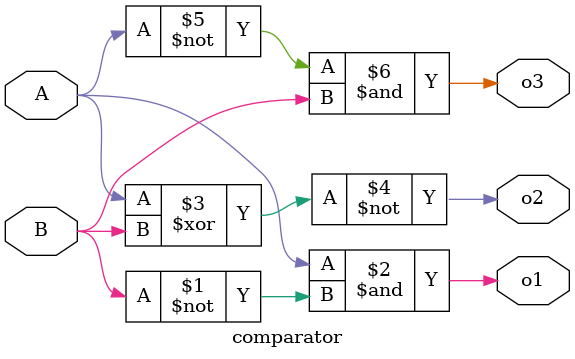
<source format=v>
module comparator (
    input wire A,
    input wire B,
    output wire o1,
    output wire o2, 
    output wire o3  
);

    assign o1 = A & ~B;     
    assign o2 = ~(A ^ B);
    assign o3 = ~A & B;   

endmodule

</source>
